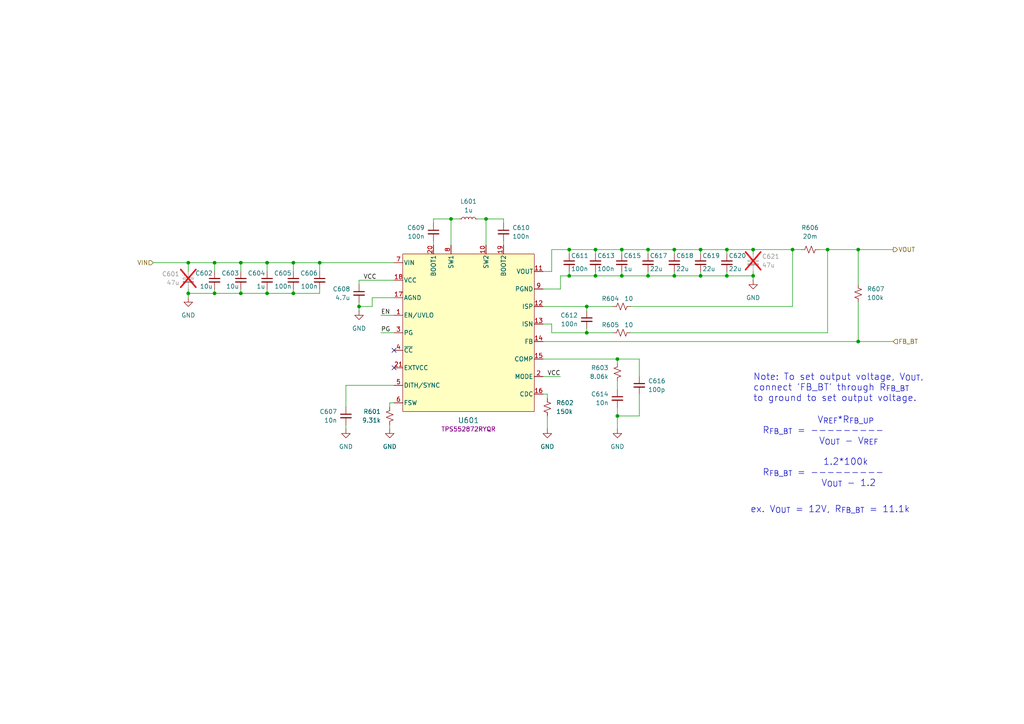
<source format=kicad_sch>
(kicad_sch (version 20231120) (generator "eeschema") (generator_version "8.0")
  (paper "A4")
  (lib_symbols
    (symbol "Device:C_Polarized_Small" (pin_numbers hide) (pin_names (offset 0.254) hide)
      (property "Reference" "C" (at 0.254 1.778 0))
      (property "Value" "C_Polarized_Small" (at 0.254 -2.032 0))
      (symbol "C_Polarized_Small_0_1"
        (rectangle (start -1.524 -0.3048) (end 1.524 -0.6858) (fill (type outline)))
        (rectangle (start -1.524 0.6858) (end 1.524 0.3048))
        (polyline (pts (xy -1.27 1.524) (xy -0.762 1.524)))
        (polyline (pts (xy -1.016 1.27) (xy -1.016 1.778)))
      )
      (symbol "C_Polarized_Small_1_1"
        (pin passive line (at 0 2.54 270) (length 1.8542) (name "~") (number "1"))
        (pin passive line (at 0 -2.54 90) (length 1.8542) (name "~") (number "2"))
      )
    )
    (symbol "Device:C_Small" (pin_numbers hide) (pin_names (offset 0.254) hide)
      (property "Reference" "C" (at 0.254 1.778 0))
      (property "Value" "C_Small" (at 0.254 -2.032 0))
      (symbol "C_Small_0_1"
        (polyline (pts (xy -1.524 -0.508) (xy 1.524 -0.508)) (stroke (width 0.3302)))
        (polyline (pts (xy -1.524 0.508) (xy 1.524 0.508)) (stroke (width 0.3048)))
      )
      (symbol "C_Small_1_1"
        (pin passive line (at 0 2.54 270) (length 2.032) (name "~") (number "1"))
        (pin passive line (at 0 -2.54 90) (length 2.032) (name "~") (number "2"))
      )
    )
    (symbol "Device:L_Small" (pin_numbers hide) (pin_names (offset 0.254) hide)
      (property "Reference" "L" (at 0.762 1.016 0))
      (property "Value" "L_Small" (at 0.762 -1.016 0))
      (symbol "L_Small_0_1"
        (arc (start 0 -2.032) (mid 0.5058 -1.524) (end 0 -1.016))
        (arc (start 0 -1.016) (mid 0.5058 -0.508) (end 0 0))
        (arc (start 0 0) (mid 0.5058 0.508) (end 0 1.016))
        (arc (start 0 1.016) (mid 0.5058 1.524) (end 0 2.032))
      )
      (symbol "L_Small_1_1"
        (pin passive line (at 0 2.54 270) (length 0.508) (name "~") (number "1"))
        (pin passive line (at 0 -2.54 90) (length 0.508) (name "~") (number "2"))
      )
    )
    (symbol "Device:R_Small_US" (pin_numbers hide) (pin_names (offset 0.254) hide)
      (property "Reference" "R" (at 0.762 0.508 0))
      (property "Value" "R_Small_US" (at 0.762 -1.016 0))
      (symbol "R_Small_US_1_1"
        (polyline (pts (xy 0 0) (xy 1.016 -0.381) (xy 0 -0.762) (xy -1.016 -1.143) (xy 0 -1.524)))
        (polyline (pts (xy 0 1.524) (xy 1.016 1.143) (xy 0 0.762) (xy -1.016 0.381) (xy 0 0)))
        (pin passive line (at 0 2.54 270) (length 1.016) (name "~") (number "1"))
        (pin passive line (at 0 -2.54 90) (length 1.016) (name "~") (number "2"))
      )
    )
    (symbol "TPS552872RYQR:TPS552872RYQR" (pin_names (offset 0.254))
      (property "Reference" "U" (at 21.082 -44.704 0))
      (property "MPN" "TPS552872RYQR" (at 21.336 -46.99 0))
      (symbol "TPS552872RYQR_0_1"
        (rectangle (start 2.54 2.54) (end 40.64 -43.18) (fill (type background)))
      )
      (symbol "TPS552872RYQR_1_1"
        (pin passive line (at 0 -15.24 0) (length 2.54) (name "EN/UVLO") (number "1"))
        (pin passive line (at 26.67 5.08 270) (length 2.54) (name "SW2") (number "10"))
        (pin passive line (at 43.18 -2.54 180) (length 2.54) (name "VOUT") (number "11"))
        (pin passive line (at 43.18 -12.7 180) (length 2.54) (name "ISP") (number "12"))
        (pin passive line (at 43.18 -17.78 180) (length 2.54) (name "ISN") (number "13"))
        (pin passive line (at 43.18 -22.86 180) (length 2.54) (name "FB") (number "14"))
        (pin passive line (at 43.18 -27.94 180) (length 2.54) (name "COMP") (number "15"))
        (pin passive line (at 43.18 -38.1 180) (length 2.54) (name "CDC") (number "16"))
        (pin passive line (at 0 -10.16 0) (length 2.54) (name "AGND") (number "17"))
        (pin passive line (at 0 -5.08 0) (length 2.54) (name "VCC") (number "18"))
        (pin passive line (at 31.75 5.08 270) (length 2.54) (name "BOOT2") (number "19"))
        (pin passive line (at 43.18 -33.02 180) (length 2.54) (name "MODE") (number "2"))
        (pin passive line (at 11.43 5.08 270) (length 2.54) (name "BOOT1") (number "20"))
        (pin passive line (at 0 -30.48 0) (length 2.54) (name "EXTVCC") (number "21"))
        (pin passive line (at 0 -20.32 0) (length 2.54) (name "PG") (number "3"))
        (pin passive line (at 0 -25.4 0) (length 2.54) (name "~{CC}") (number "4"))
        (pin passive line (at 0 -35.56 0) (length 2.54) (name "DITH/SYNC") (number "5"))
        (pin passive line (at 0 -40.64 0) (length 2.54) (name "FSW") (number "6"))
        (pin passive line (at 0 0 0) (length 2.54) (name "VIN") (number "7"))
        (pin passive line (at 16.51 5.08 270) (length 2.54) (name "SW1") (number "8"))
        (pin passive line (at 43.18 -7.62 180) (length 2.54) (name "PGND") (number "9"))
      )
    )
    (symbol "power:GND" (power) (pin_numbers hide) (pin_names (offset 0) hide)
      (property "Value" "GND" (at 0 -3.81 0))
      (symbol "GND_0_1"
        (polyline (pts (xy 0 0) (xy 0 -1.27) (xy 1.27 -1.27) (xy 0 -2.54) (xy -1.27 -1.27) (xy 0 -1.27)))
      )
      (symbol "GND_1_1"
        (pin power_in line (at 0 0 270) (length 0) (name "~") (number "1"))
      )
    )
  )
  (junction (at 248.92 72.39))
  (junction (at 187.96 80.01))
  (junction (at 165.1 80.01))
  (junction (at 172.72 80.01))
  (junction (at 180.34 80.01))
  (junction (at 62.23 85.09))
  (junction (at 92.71 76.2))
  (junction (at 104.14 88.9))
  (junction (at 179.07 104.14))
  (junction (at 77.47 76.2))
  (junction (at 210.82 80.01))
  (junction (at 248.92 99.06))
  (junction (at 210.82 72.39))
  (junction (at 195.58 72.39))
  (junction (at 130.81 63.5))
  (junction (at 77.47 85.09))
  (junction (at 203.2 72.39))
  (junction (at 229.87 72.39))
  (junction (at 195.58 80.01))
  (junction (at 179.07 120.65))
  (junction (at 218.44 72.39))
  (junction (at 187.96 72.39))
  (junction (at 180.34 72.39))
  (junction (at 69.85 76.2))
  (junction (at 240.03 72.39))
  (junction (at 170.18 96.52))
  (junction (at 172.72 72.39))
  (junction (at 165.1 72.39))
  (junction (at 203.2 80.01))
  (junction (at 85.09 76.2))
  (junction (at 69.85 85.09))
  (junction (at 218.44 80.01))
  (junction (at 54.61 76.2))
  (junction (at 140.97 63.5))
  (junction (at 54.61 85.09))
  (junction (at 62.23 76.2))
  (junction (at 85.09 85.09))
  (junction (at 170.18 88.9))
  (no_connect (at 114.3 101.6))
  (no_connect (at 114.3 106.68))
  (wire (pts (xy 248.92 72.39) (xy 248.92 82.55)))
  (wire (pts (xy 100.33 123.19) (xy 100.33 124.46)))
  (wire (pts (xy 85.09 85.09) (xy 92.71 85.09)))
  (wire (pts (xy 140.97 63.5) (xy 146.05 63.5)))
  (wire (pts (xy 187.96 72.39) (xy 187.96 73.66)))
  (wire (pts (xy 157.48 99.06) (xy 248.92 99.06)))
  (wire (pts (xy 229.87 88.9) (xy 229.87 72.39)))
  (wire (pts (xy 248.92 87.63) (xy 248.92 99.06)))
  (wire (pts (xy 195.58 72.39) (xy 195.58 73.66)))
  (wire (pts (xy 240.03 72.39) (xy 240.03 96.52)))
  (wire (pts (xy 195.58 80.01) (xy 203.2 80.01)))
  (wire (pts (xy 69.85 76.2) (xy 77.47 76.2)))
  (wire (pts (xy 130.81 71.12) (xy 130.81 63.5)))
  (wire (pts (xy 157.48 93.98) (xy 160.02 93.98)))
  (wire (pts (xy 187.96 72.39) (xy 195.58 72.39)))
  (wire (pts (xy 218.44 80.01) (xy 218.44 78.74)))
  (wire (pts (xy 165.1 72.39) (xy 172.72 72.39)))
  (wire (pts (xy 62.23 85.09) (xy 69.85 85.09)))
  (wire (pts (xy 203.2 72.39) (xy 203.2 73.66)))
  (wire (pts (xy 114.3 111.76) (xy 100.33 111.76)))
  (wire (pts (xy 248.92 72.39) (xy 259.08 72.39)))
  (wire (pts (xy 107.95 86.36) (xy 107.95 88.9)))
  (wire (pts (xy 158.75 114.3) (xy 157.48 114.3)))
  (wire (pts (xy 113.03 123.19) (xy 113.03 124.46)))
  (wire (pts (xy 160.02 93.98) (xy 160.02 96.52)))
  (wire (pts (xy 248.92 99.06) (xy 259.08 99.06)))
  (wire (pts (xy 180.34 78.74) (xy 180.34 80.01)))
  (wire (pts (xy 180.34 80.01) (xy 187.96 80.01)))
  (wire (pts (xy 195.58 72.39) (xy 203.2 72.39)))
  (wire (pts (xy 162.56 83.82) (xy 157.48 83.82)))
  (wire (pts (xy 165.1 78.74) (xy 165.1 80.01)))
  (wire (pts (xy 146.05 69.85) (xy 146.05 71.12)))
  (wire (pts (xy 69.85 76.2) (xy 69.85 78.74)))
  (wire (pts (xy 179.07 120.65) (xy 179.07 124.46)))
  (wire (pts (xy 85.09 76.2) (xy 85.09 78.74)))
  (wire (pts (xy 237.49 72.39) (xy 240.03 72.39)))
  (wire (pts (xy 187.96 80.01) (xy 195.58 80.01)))
  (wire (pts (xy 165.1 80.01) (xy 172.72 80.01)))
  (wire (pts (xy 104.14 88.9) (xy 104.14 90.17)))
  (wire (pts (xy 185.42 109.22) (xy 185.42 104.14)))
  (wire (pts (xy 160.02 96.52) (xy 170.18 96.52)))
  (wire (pts (xy 162.56 80.01) (xy 162.56 83.82)))
  (wire (pts (xy 185.42 114.3) (xy 185.42 120.65)))
  (wire (pts (xy 180.34 72.39) (xy 187.96 72.39)))
  (wire (pts (xy 160.02 72.39) (xy 165.1 72.39)))
  (wire (pts (xy 114.3 116.84) (xy 113.03 116.84)))
  (wire (pts (xy 107.95 88.9) (xy 104.14 88.9)))
  (wire (pts (xy 203.2 72.39) (xy 210.82 72.39)))
  (wire (pts (xy 185.42 104.14) (xy 179.07 104.14)))
  (wire (pts (xy 210.82 72.39) (xy 218.44 72.39)))
  (wire (pts (xy 160.02 72.39) (xy 160.02 78.74)))
  (wire (pts (xy 110.49 96.52) (xy 114.3 96.52)))
  (wire (pts (xy 210.82 72.39) (xy 210.82 73.66)))
  (wire (pts (xy 170.18 96.52) (xy 170.18 95.25)))
  (wire (pts (xy 160.02 78.74) (xy 157.48 78.74)))
  (wire (pts (xy 77.47 85.09) (xy 85.09 85.09)))
  (wire (pts (xy 138.43 63.5) (xy 140.97 63.5)))
  (wire (pts (xy 203.2 80.01) (xy 210.82 80.01)))
  (wire (pts (xy 125.73 64.77) (xy 125.73 63.5)))
  (wire (pts (xy 77.47 76.2) (xy 77.47 78.74)))
  (wire (pts (xy 210.82 78.74) (xy 210.82 80.01)))
  (wire (pts (xy 157.48 88.9) (xy 170.18 88.9)))
  (wire (pts (xy 140.97 63.5) (xy 140.97 71.12)))
  (wire (pts (xy 157.48 104.14) (xy 179.07 104.14)))
  (wire (pts (xy 170.18 88.9) (xy 177.8 88.9)))
  (wire (pts (xy 210.82 80.01) (xy 218.44 80.01)))
  (wire (pts (xy 179.07 104.14) (xy 179.07 105.41)))
  (wire (pts (xy 218.44 72.39) (xy 218.44 73.66)))
  (wire (pts (xy 62.23 83.82) (xy 62.23 85.09)))
  (wire (pts (xy 172.72 80.01) (xy 180.34 80.01)))
  (wire (pts (xy 104.14 88.9) (xy 104.14 87.63)))
  (wire (pts (xy 77.47 83.82) (xy 77.47 85.09)))
  (wire (pts (xy 162.56 109.22) (xy 157.48 109.22)))
  (wire (pts (xy 203.2 78.74) (xy 203.2 80.01)))
  (wire (pts (xy 182.88 88.9) (xy 229.87 88.9)))
  (wire (pts (xy 130.81 63.5) (xy 133.35 63.5)))
  (wire (pts (xy 165.1 72.39) (xy 165.1 73.66)))
  (wire (pts (xy 125.73 69.85) (xy 125.73 71.12)))
  (wire (pts (xy 180.34 72.39) (xy 180.34 73.66)))
  (wire (pts (xy 85.09 76.2) (xy 92.71 76.2)))
  (wire (pts (xy 113.03 116.84) (xy 113.03 118.11)))
  (wire (pts (xy 44.45 76.2) (xy 54.61 76.2)))
  (wire (pts (xy 54.61 85.09) (xy 54.61 86.36)))
  (wire (pts (xy 218.44 80.01) (xy 218.44 81.28)))
  (wire (pts (xy 218.44 72.39) (xy 229.87 72.39)))
  (wire (pts (xy 62.23 76.2) (xy 69.85 76.2)))
  (wire (pts (xy 158.75 120.65) (xy 158.75 124.46)))
  (wire (pts (xy 172.72 78.74) (xy 172.72 80.01)))
  (wire (pts (xy 195.58 78.74) (xy 195.58 80.01)))
  (wire (pts (xy 107.95 86.36) (xy 114.3 86.36)))
  (wire (pts (xy 179.07 118.11) (xy 179.07 120.65)))
  (wire (pts (xy 54.61 76.2) (xy 62.23 76.2)))
  (wire (pts (xy 125.73 63.5) (xy 130.81 63.5)))
  (wire (pts (xy 182.88 96.52) (xy 240.03 96.52)))
  (wire (pts (xy 62.23 76.2) (xy 62.23 78.74)))
  (wire (pts (xy 85.09 83.82) (xy 85.09 85.09)))
  (wire (pts (xy 92.71 85.09) (xy 92.71 83.82)))
  (wire (pts (xy 110.49 91.44) (xy 114.3 91.44)))
  (wire (pts (xy 187.96 78.74) (xy 187.96 80.01)))
  (wire (pts (xy 54.61 85.09) (xy 62.23 85.09)))
  (wire (pts (xy 179.07 110.49) (xy 179.07 113.03)))
  (wire (pts (xy 229.87 72.39) (xy 232.41 72.39)))
  (wire (pts (xy 170.18 96.52) (xy 177.8 96.52)))
  (wire (pts (xy 69.85 85.09) (xy 77.47 85.09)))
  (wire (pts (xy 104.14 81.28) (xy 104.14 82.55)))
  (wire (pts (xy 172.72 72.39) (xy 172.72 73.66)))
  (wire (pts (xy 240.03 72.39) (xy 248.92 72.39)))
  (wire (pts (xy 54.61 83.82) (xy 54.61 85.09)))
  (wire (pts (xy 92.71 76.2) (xy 92.71 78.74)))
  (wire (pts (xy 185.42 120.65) (xy 179.07 120.65)))
  (wire (pts (xy 158.75 115.57) (xy 158.75 114.3)))
  (wire (pts (xy 100.33 111.76) (xy 100.33 118.11)))
  (wire (pts (xy 54.61 76.2) (xy 54.61 78.74)))
  (wire (pts (xy 77.47 76.2) (xy 85.09 76.2)))
  (wire (pts (xy 172.72 72.39) (xy 180.34 72.39)))
  (wire (pts (xy 104.14 81.28) (xy 114.3 81.28)))
  (wire (pts (xy 162.56 80.01) (xy 165.1 80.01)))
  (wire (pts (xy 92.71 76.2) (xy 114.3 76.2)))
  (wire (pts (xy 146.05 63.5) (xy 146.05 64.77)))
  (wire (pts (xy 170.18 88.9) (xy 170.18 90.17)))
  (wire (pts (xy 69.85 83.82) (xy 69.85 85.09)))
  (text "          1.2*100k \nR_{FB_BT} = ---------\n		V_{OUT} - 1.2\n" (at 238.76 137.16 0) (effects (font (size 1.905 1.905))))
  (text "ex. V_{OUT} = 12V, R_{FB_BT} = 11.1k" (at 240.792 147.828 0) (effects (font (size 1.905 1.905))))
  (text "          V_{REF}*R_{FB_UP} \nR_{FB_BT} = ---------\n		V_{OUT} - V_{REF}\n" (at 238.76 124.968 0) (effects (font (size 1.905 1.905))))
  (text "Note: To set output voltage, V_{OUT}, \nconnect 'FB_BT' through R_{FB_BT} \nto ground to set output voltage." (at 218.44 112.522 0) (effects (font (size 1.905 1.905)) (justify left)))
  (label "VCC" (at 162.56 109.22 180))
  (label "VCC" (at 105.41 81.28 0))
  (label "EN" (at 110.49 91.44 0))
  (label "PG" (at 110.49 96.52 0))
  (hierarchical_label "VOUT" (shape output) (at 259.08 72.39 0))
  (hierarchical_label "FB_BT" (shape input) (at 259.08 99.06 0))
  (hierarchical_label "VIN" (shape input) (at 44.45 76.2 180))
  (symbol (lib_id "Device:R_Small_US") (at 158.75 118.11 0) (unit 1)
    (property "Reference" "R602" (at 161.29 116.8399 0) (effects (justify left)))
    (property "Value" "150k" (at 161.29 119.3799 0) (effects (justify left)))
    (property "Description" "Resistor, small US symbol" (effects (hide yes)))
    (instances (project "power_supply" (path "" (reference "R602") (unit 1)) (path "" (reference "R402") (unit 1)) (path "" (reference "R502") (unit 1))))
  )
  (symbol (lib_id "Device:C_Small") (at 203.2 76.2 0) (unit 1)
    (property "Reference" "C619" (at 203.708 74.168 0) (effects (justify left)))
    (property "Value" "22u" (at 203.708 77.978 0) (effects (justify left)))
    (property "Description" "Unpolarized capacitor, small symbol" (effects (hide yes)))
    (instances (project "power_supply" (path "" (reference "C619") (unit 1)) (path "" (reference "C419") (unit 1)) (path "" (reference "C519") (unit 1))))
  )
  (symbol (lib_id "power:GND") (at 218.44 81.28 0) (unit 1)
    (property "Reference" "#PWR0607" (effects (hide yes)))
    (property "Value" "GND" (at 218.44 86.36 0))
    (property "Description" "Power symbol creates a global label with name \"GND\" , ground" (effects (hide yes)))
    (instances (project "power_supply" (path "" (reference "#PWR0607") (unit 1)) (path "" (reference "#PWR0407") (unit 1)) (path "" (reference "#PWR0507") (unit 1))))
  )
  (symbol (lib_id "Device:C_Small") (at 172.72 76.2 0) (unit 1)
    (property "Reference" "C613" (at 173.228 74.168 0) (effects (justify left)))
    (property "Value" "100n" (at 173.228 77.978 0) (effects (justify left)))
    (property "Description" "Unpolarized capacitor, small symbol" (effects (hide yes)))
    (instances (project "power_supply" (path "" (reference "C613") (unit 1)) (path "" (reference "C413") (unit 1)) (path "" (reference "C513") (unit 1))))
  )
  (symbol (lib_id "power:GND") (at 179.07 124.46 0) (unit 1)
    (property "Reference" "#PWR0606" (effects (hide yes)))
    (property "Value" "GND" (at 179.07 129.54 0))
    (property "Description" "Power symbol creates a global label with name \"GND\" , ground" (effects (hide yes)))
    (instances (project "power_supply" (path "" (reference "#PWR0606") (unit 1)) (path "" (reference "#PWR0406") (unit 1)) (path "" (reference "#PWR0506") (unit 1))))
  )
  (symbol (lib_id "Device:C_Small") (at 92.71 81.28 0) (mirror y) (unit 1)
    (property "Reference" "C606" (at 92.202 79.248 0) (effects (justify left)))
    (property "Value" "100n" (at 92.202 83.058 0) (effects (justify left)))
    (property "Description" "Unpolarized capacitor, small symbol" (effects (hide yes)))
    (instances (project "power_supply" (path "" (reference "C606") (unit 1)) (path "" (reference "C406") (unit 1)) (path "" (reference "C506") (unit 1))))
  )
  (symbol (lib_id "Device:C_Small") (at 210.82 76.2 0) (unit 1)
    (property "Reference" "C620" (at 211.328 74.168 0) (effects (justify left)))
    (property "Value" "22u" (at 211.328 77.978 0) (effects (justify left)))
    (property "Description" "Unpolarized capacitor, small symbol" (effects (hide yes)))
    (instances (project "power_supply" (path "" (reference "C620") (unit 1)) (path "" (reference "C420") (unit 1)) (path "" (reference "C520") (unit 1))))
  )
  (symbol (lib_id "power:GND") (at 54.61 86.36 0) (unit 1)
    (property "Reference" "#PWR0601" (effects (hide yes)))
    (property "Value" "GND" (at 54.61 91.44 0))
    (property "Description" "Power symbol creates a global label with name \"GND\" , ground" (effects (hide yes)))
    (instances (project "power_supply" (path "" (reference "#PWR0601") (unit 1)) (path "" (reference "#PWR0401") (unit 1)) (path "" (reference "#PWR0501") (unit 1))))
  )
  (symbol (lib_id "Device:R_Small_US") (at 180.34 96.52 270) (unit 1)
    (property "Reference" "R605" (at 177.038 94.234 90))
    (property "Value" "10" (at 182.372 94.234 90))
    (property "Description" "Resistor, small US symbol" (effects (hide yes)))
    (instances (project "power_supply" (path "" (reference "R605") (unit 1)) (path "" (reference "R405") (unit 1)) (path "" (reference "R505") (unit 1))))
  )
  (symbol (lib_id "Device:C_Small") (at 187.96 76.2 0) (unit 1)
    (property "Reference" "C617" (at 188.468 74.168 0) (effects (justify left)))
    (property "Value" "22u" (at 188.468 77.978 0) (effects (justify left)))
    (property "Description" "Unpolarized capacitor, small symbol" (effects (hide yes)))
    (instances (project "power_supply" (path "" (reference "C617") (unit 1)) (path "" (reference "C417") (unit 1)) (path "" (reference "C517") (unit 1))))
  )
  (symbol (lib_id "Device:C_Small") (at 179.07 115.57 0) (mirror y) (unit 1)
    (property "Reference" "C614" (at 176.53 114.3062 0) (effects (justify left)))
    (property "Value" "10n" (at 176.53 116.8462 0) (effects (justify left)))
    (property "Description" "Unpolarized capacitor, small symbol" (effects (hide yes)))
    (instances (project "power_supply" (path "" (reference "C614") (unit 1)) (path "" (reference "C414") (unit 1)) (path "" (reference "C514") (unit 1))))
  )
  (symbol (lib_id "Device:C_Small") (at 104.14 85.09 0) (mirror y) (unit 1)
    (property "Reference" "C608" (at 101.6 83.8262 0) (effects (justify left)))
    (property "Value" "4.7u" (at 101.6 86.3662 0) (effects (justify left)))
    (property "Description" "Unpolarized capacitor, small symbol" (effects (hide yes)))
    (instances (project "power_supply" (path "" (reference "C608") (unit 1)) (path "" (reference "C408") (unit 1)) (path "" (reference "C508") (unit 1))))
  )
  (symbol (lib_id "Device:C_Polarized_Small") (at 54.61 81.28 0) (unit 1) (dnp yes)
    (property "Reference" "C601" (at 52.07 79.4638 0) (effects (justify right)))
    (property "Value" "47u" (at 52.07 82.0038 0) (effects (justify right)))
    (property "Description" "Polarized capacitor, small symbol" (effects (hide yes)))
    (instances (project "power_supply" (path "" (reference "C601") (unit 1)) (path "" (reference "C401") (unit 1)) (path "" (reference "C501") (unit 1))))
  )
  (symbol (lib_id "Device:C_Small") (at 185.42 111.76 0) (unit 1)
    (property "Reference" "C616" (at 187.96 110.4962 0) (effects (justify left)))
    (property "Value" "100p" (at 187.96 113.0362 0) (effects (justify left)))
    (property "Description" "Unpolarized capacitor, small symbol" (effects (hide yes)))
    (instances (project "power_supply" (path "" (reference "C616") (unit 1)) (path "" (reference "C416") (unit 1)) (path "" (reference "C516") (unit 1))))
  )
  (symbol (lib_id "Device:C_Small") (at 62.23 81.28 0) (mirror y) (unit 1)
    (property "Reference" "C602" (at 61.722 79.248 0) (effects (justify left)))
    (property "Value" "10u" (at 61.722 83.058 0) (effects (justify left)))
    (property "Description" "Unpolarized capacitor, small symbol" (effects (hide yes)))
    (instances (project "power_supply" (path "" (reference "C602") (unit 1)) (path "" (reference "C402") (unit 1)) (path "" (reference "C502") (unit 1))))
  )
  (symbol (lib_id "Device:C_Small") (at 146.05 67.31 0) (unit 1)
    (property "Reference" "C610" (at 148.59 66.0462 0) (effects (justify left)))
    (property "Value" "100n" (at 148.59 68.5862 0) (effects (justify left)))
    (property "Description" "Unpolarized capacitor, small symbol" (effects (hide yes)))
    (instances (project "power_supply" (path "" (reference "C610") (unit 1)) (path "" (reference "C410") (unit 1)) (path "" (reference "C510") (unit 1))))
  )
  (symbol (lib_id "Device:C_Small") (at 85.09 81.28 0) (mirror y) (unit 1)
    (property "Reference" "C605" (at 84.582 79.248 0) (effects (justify left)))
    (property "Value" "100n" (at 84.582 83.058 0) (effects (justify left)))
    (property "Description" "Unpolarized capacitor, small symbol" (effects (hide yes)))
    (instances (project "power_supply" (path "" (reference "C605") (unit 1)) (path "" (reference "C405") (unit 1)) (path "" (reference "C505") (unit 1))))
  )
  (symbol (lib_id "power:GND") (at 113.03 124.46 0) (unit 1)
    (property "Reference" "#PWR0604" (effects (hide yes)))
    (property "Value" "GND" (at 113.03 129.54 0))
    (property "Description" "Power symbol creates a global label with name \"GND\" , ground" (effects (hide yes)))
    (instances (project "power_supply" (path "" (reference "#PWR0604") (unit 1)) (path "" (reference "#PWR0404") (unit 1)) (path "" (reference "#PWR0504") (unit 1))))
  )
  (symbol (lib_id "Device:C_Small") (at 100.33 120.65 0) (mirror y) (unit 1)
    (property "Reference" "C607" (at 97.79 119.3862 0) (effects (justify left)))
    (property "Value" "10n" (at 97.79 121.9262 0) (effects (justify left)))
    (property "Description" "Unpolarized capacitor, small symbol" (effects (hide yes)))
    (instances (project "power_supply" (path "" (reference "C607") (unit 1)) (path "" (reference "C407") (unit 1)) (path "" (reference "C507") (unit 1))))
  )
  (symbol (lib_id "Device:C_Small") (at 77.47 81.28 0) (mirror y) (unit 1)
    (property "Reference" "C604" (at 76.962 79.248 0) (effects (justify left)))
    (property "Value" "1u" (at 76.962 83.058 0) (effects (justify left)))
    (property "Description" "Unpolarized capacitor, small symbol" (effects (hide yes)))
    (instances (project "power_supply" (path "" (reference "C604") (unit 1)) (path "" (reference "C404") (unit 1)) (path "" (reference "C504") (unit 1))))
  )
  (symbol (lib_id "Device:L_Small") (at 135.89 63.5 90) (unit 1)
    (property "Reference" "L601" (at 135.89 58.42 90))
    (property "Value" "1u" (at 135.89 60.96 90))
    (property "Description" "Inductor, small symbol" (effects (hide yes)))
    (instances (project "power_supply" (path "" (reference "L601") (unit 1)) (path "" (reference "L401") (unit 1)) (path "" (reference "L501") (unit 1))))
  )
  (symbol (lib_id "Device:C_Small") (at 69.85 81.28 0) (mirror y) (unit 1)
    (property "Reference" "C603" (at 69.342 79.248 0) (effects (justify left)))
    (property "Value" "10u" (at 69.342 83.058 0) (effects (justify left)))
    (property "Description" "Unpolarized capacitor, small symbol" (effects (hide yes)))
    (instances (project "power_supply" (path "" (reference "C603") (unit 1)) (path "" (reference "C403") (unit 1)) (path "" (reference "C503") (unit 1))))
  )
  (symbol (lib_id "Device:C_Small") (at 125.73 67.31 0) (mirror y) (unit 1)
    (property "Reference" "C609" (at 123.19 66.0462 0) (effects (justify left)))
    (property "Value" "100n" (at 123.19 68.5862 0) (effects (justify left)))
    (property "Description" "Unpolarized capacitor, small symbol" (effects (hide yes)))
    (instances (project "power_supply" (path "" (reference "C609") (unit 1)) (path "" (reference "C409") (unit 1)) (path "" (reference "C509") (unit 1))))
  )
  (symbol (lib_id "Device:C_Small") (at 165.1 76.2 0) (unit 1)
    (property "Reference" "C611" (at 165.608 74.168 0) (effects (justify left)))
    (property "Value" "100n" (at 165.608 77.978 0) (effects (justify left)))
    (property "Description" "Unpolarized capacitor, small symbol" (effects (hide yes)))
    (instances (project "power_supply" (path "" (reference "C611") (unit 1)) (path "" (reference "C411") (unit 1)) (path "" (reference "C511") (unit 1))))
  )
  (symbol (lib_id "power:GND") (at 104.14 90.17 0) (unit 1)
    (property "Reference" "#PWR0603" (effects (hide yes)))
    (property "Value" "GND" (at 104.14 95.25 0))
    (property "Description" "Power symbol creates a global label with name \"GND\" , ground" (effects (hide yes)))
    (instances (project "power_supply" (path "" (reference "#PWR0603") (unit 1)) (path "" (reference "#PWR0403") (unit 1)) (path "" (reference "#PWR0503") (unit 1))))
  )
  (symbol (lib_id "Device:C_Polarized_Small") (at 218.44 76.2 0) (mirror y) (unit 1) (dnp yes)
    (property "Reference" "C621" (at 220.98 74.3838 0) (effects (justify right)))
    (property "Value" "47u" (at 220.98 76.9238 0) (effects (justify right)))
    (property "Description" "Polarized capacitor, small symbol" (effects (hide yes)))
    (instances (project "power_supply" (path "" (reference "C621") (unit 1)) (path "" (reference "C421") (unit 1)) (path "" (reference "C521") (unit 1))))
  )
  (symbol (lib_id "power:GND") (at 100.33 124.46 0) (unit 1)
    (property "Reference" "#PWR0602" (effects (hide yes)))
    (property "Value" "GND" (at 100.33 129.54 0))
    (property "Description" "Power symbol creates a global label with name \"GND\" , ground" (effects (hide yes)))
    (instances (project "power_supply" (path "" (reference "#PWR0602") (unit 1)) (path "" (reference "#PWR0402") (unit 1)) (path "" (reference "#PWR0502") (unit 1))))
  )
  (symbol (lib_id "Device:C_Small") (at 170.18 92.71 0) (mirror y) (unit 1)
    (property "Reference" "C612" (at 167.64 91.4462 0) (effects (justify left)))
    (property "Value" "100n" (at 167.64 93.9862 0) (effects (justify left)))
    (property "Description" "Unpolarized capacitor, small symbol" (effects (hide yes)))
    (instances (project "power_supply" (path "" (reference "C612") (unit 1)) (path "" (reference "C412") (unit 1)) (path "" (reference "C512") (unit 1))))
  )
  (symbol (lib_id "power:GND") (at 158.75 124.46 0) (unit 1)
    (property "Reference" "#PWR0605" (effects (hide yes)))
    (property "Value" "GND" (at 158.75 129.54 0))
    (property "Description" "Power symbol creates a global label with name \"GND\" , ground" (effects (hide yes)))
    (instances (project "power_supply" (path "" (reference "#PWR0605") (unit 1)) (path "" (reference "#PWR0405") (unit 1)) (path "" (reference "#PWR0505") (unit 1))))
  )
  (symbol (lib_id "Device:R_Small_US") (at 180.34 88.9 270) (unit 1)
    (property "Reference" "R604" (at 177.038 86.614 90))
    (property "Value" "10" (at 182.372 86.614 90))
    (property "Description" "Resistor, small US symbol" (effects (hide yes)))
    (instances (project "power_supply" (path "" (reference "R604") (unit 1)) (path "" (reference "R404") (unit 1)) (path "" (reference "R504") (unit 1))))
  )
  (symbol (lib_id "Device:C_Small") (at 180.34 76.2 0) (unit 1)
    (property "Reference" "C615" (at 180.848 74.168 0) (effects (justify left)))
    (property "Value" "1u" (at 180.848 77.978 0) (effects (justify left)))
    (property "Description" "Unpolarized capacitor, small symbol" (effects (hide yes)))
    (instances (project "power_supply" (path "" (reference "C615") (unit 1)) (path "" (reference "C415") (unit 1)) (path "" (reference "C515") (unit 1))))
  )
  (symbol (lib_id "Device:R_Small_US") (at 113.03 120.65 0) (mirror y) (unit 1)
    (property "Reference" "R601" (at 110.49 119.3799 0) (effects (justify left)))
    (property "Value" "9.31k" (at 110.49 121.9199 0) (effects (justify left)))
    (property "Description" "Resistor, small US symbol" (effects (hide yes)))
    (instances (project "power_supply" (path "" (reference "R601") (unit 1)) (path "" (reference "R401") (unit 1)) (path "" (reference "R501") (unit 1))))
  )
  (symbol (lib_id "TPS552872RYQR:TPS552872RYQR") (at 114.3 76.2 0) (unit 1)
    (property "Reference" "U601" (at 135.89 121.92 0) (effects (font (size 1.524 1.524))))
    (property "Footprint" "VQFN21_RYQ_TEX" (effects (hide yes)))
    (property "Datasheet" "https://www.ti.com/lit/ds/symlink/tps552872.pdf?ts=1701344503514&ref_url=https%253A%252F%252Fwww.ti.com%252Fproduct%252FTPS552872" (effects (hide yes)))
    (property "Description" "Buck-Boost Switching Regulator IC Positive Adjustable 0.8V 1 Output 2.5A 21-PowerVFQFN" (effects (hide yes)))
    (property "MPN" "TPS552872RYQR" (at 135.89 124.46 0))
    (instances (project "power_supply" (path "" (reference "U601") (unit 1)) (path "" (reference "U401") (unit 1)) (path "" (reference "U501") (unit 1))))
  )
  (symbol (lib_id "Device:R_Small_US") (at 179.07 107.95 0) (mirror y) (unit 1)
    (property "Reference" "R603" (at 176.53 106.6799 0) (effects (justify left)))
    (property "Value" "8.06k" (at 176.53 109.2199 0) (effects (justify left)))
    (property "Description" "Resistor, small US symbol" (effects (hide yes)))
    (instances (project "power_supply" (path "" (reference "R603") (unit 1)) (path "" (reference "R403") (unit 1)) (path "" (reference "R503") (unit 1))))
  )
  (symbol (lib_id "Device:R_Small_US") (at 234.95 72.39 90) (unit 1)
    (property "Reference" "R606" (at 234.95 66.04 90))
    (property "Value" "20m" (at 234.95 68.58 90))
    (property "Description" "Resistor, small US symbol" (effects (hide yes)))
    (instances (project "power_supply" (path "" (reference "R606") (unit 1)) (path "" (reference "R406") (unit 1)) (path "" (reference "R506") (unit 1))))
  )
  (symbol (lib_id "Device:R_Small_US") (at 248.92 85.09 180) (unit 1)
    (property "Reference" "R607" (at 251.46 83.8199 0) (effects (justify right)))
    (property "Value" "100k" (at 251.46 86.3599 0) (effects (justify right)))
    (property "Description" "Resistor, small US symbol" (effects (hide yes)))
    (instances (project "power_supply" (path "" (reference "R607") (unit 1)) (path "" (reference "R407") (unit 1)) (path "" (reference "R507") (unit 1))))
  )
  (symbol (lib_id "Device:C_Small") (at 195.58 76.2 0) (unit 1)
    (property "Reference" "C618" (at 196.088 74.168 0) (effects (justify left)))
    (property "Value" "22u" (at 196.088 77.978 0) (effects (justify left)))
    (property "Description" "Unpolarized capacitor, small symbol" (effects (hide yes)))
    (instances (project "power_supply" (path "" (reference "C618") (unit 1)) (path "" (reference "C418") (unit 1)) (path "" (reference "C518") (unit 1))))
  )
)
</source>
